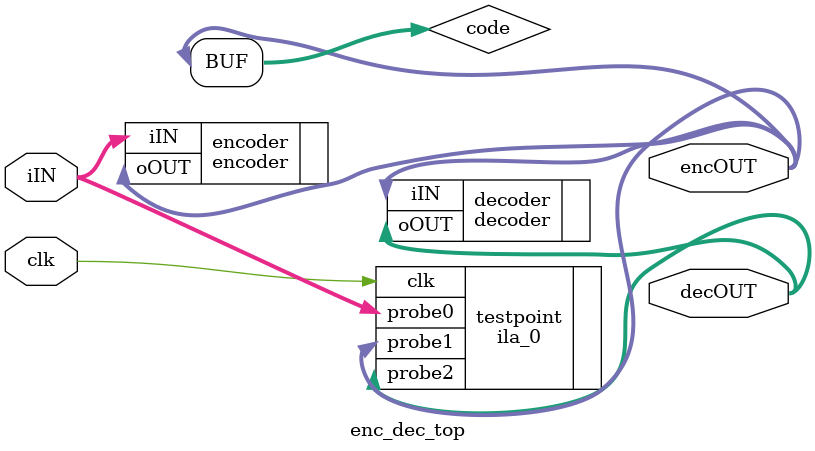
<source format=v>
module enc_dec_top (
    input      clk,
    input      [9:0] iIN,      // 10-bit ÀÔ·Â
    output     [3:0] encOUT,   // ÀÎÄÚ´õ Ãâ·Â (4-bit)
    output     [9:0] decOUT    // µðÄÚ´õ Ãâ·Â (10-bit º¹¿ø)
    );  

    // ³»ºÎ ¹è¼±
    wire [3:0] code;

    ila_0 testpoint (
        .clk(clk), // input wire clk
        
        .probe0(iIN), // input wire [9:0]  probe0  
        .probe1(encOUT), // input wire [3:0]  probe1 
        .probe2(decOUT) // input wire [9:0]  probe2
    );

    // 10-to-4 encoder ÀÎ½ºÅÏ½º
    encoder encoder (
        .iIN(iIN),
        .oOUT(code)
    );

    // 4-to-10 decoder ÀÎ½ºÅÏ½º
    decoder decoder (
        .iIN(code),
        .oOUT(decOUT)
    );

    // encOUT ½ÅÈ£´Â encoder Ãâ·Â ±×´ë·Î Àü´Þ
    assign encOUT = code;

endmodule
</source>
